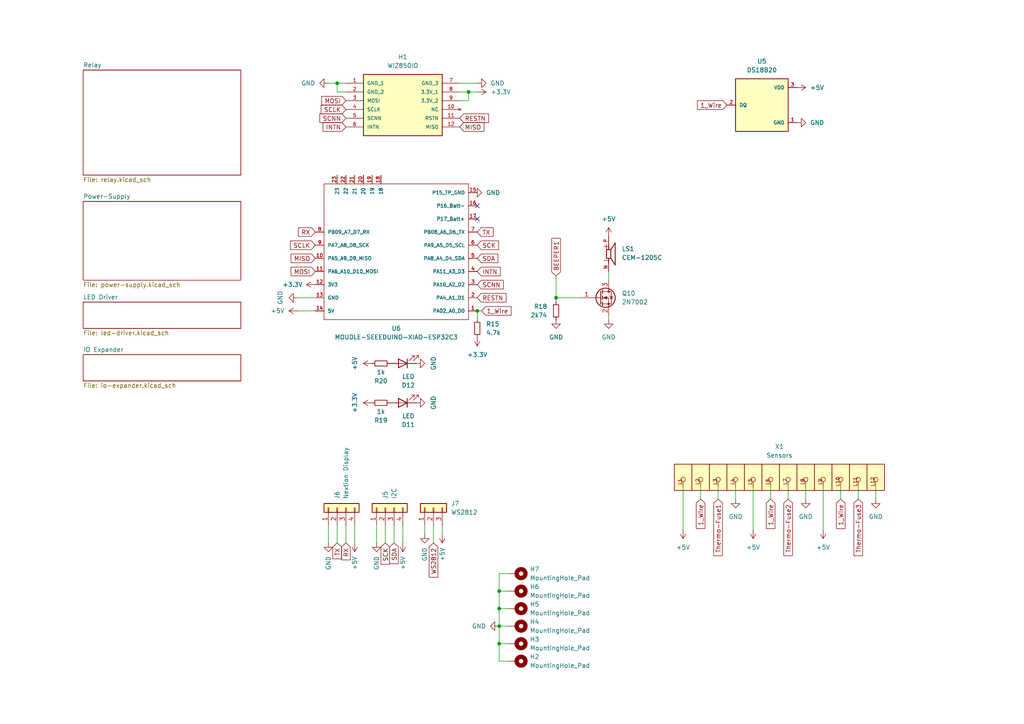
<source format=kicad_sch>
(kicad_sch (version 20250114) (generator "eeschema") (generator_version "9.0")
  (paper "A4")
  (lib_symbols
    (symbol "Connector_Generic:Conn_01x03" (pin_names (offset 1.016) (hide yes))
      (property "Reference" "J" (at 0 5.08 0))
      (property "Value" "Conn_01x03" (at 0 -5.08 0))
      (symbol "Conn_01x03_1_1"
        (rectangle (start -1.27 3.81) (end 1.27 -3.81) (stroke (width 0.254)) (fill (type background)))
        (rectangle (start -1.27 2.667) (end 0 2.413) (stroke (width 0.1524)))
        (rectangle (start -1.27 0.127) (end 0 -0.127) (stroke (width 0.1524)))
        (rectangle (start -1.27 -2.413) (end 0 -2.667) (stroke (width 0.1524)))
        (pin passive line (at -5.08 2.54 0) (length 3.81) (name "Pin_1") (number "1"))
        (pin passive line (at -5.08 0 0) (length 3.81) (name "Pin_2") (number "2"))
        (pin passive line (at -5.08 -2.54 0) (length 3.81) (name "Pin_3") (number "3"))
      )
    )
    (symbol "Connector_Generic:Conn_01x04" (pin_names (offset 1.016) (hide yes))
      (property "Reference" "J" (at 0 5.08 0))
      (property "Value" "Conn_01x04" (at 0 -7.62 0))
      (symbol "Conn_01x04_1_1"
        (rectangle (start -1.27 3.81) (end 1.27 -6.35) (stroke (width 0.254)) (fill (type background)))
        (rectangle (start -1.27 2.667) (end 0 2.413) (stroke (width 0.1524)))
        (rectangle (start -1.27 0.127) (end 0 -0.127) (stroke (width 0.1524)))
        (rectangle (start -1.27 -2.413) (end 0 -2.667) (stroke (width 0.1524)))
        (rectangle (start -1.27 -4.953) (end 0 -5.207) (stroke (width 0.1524)))
        (pin passive line (at -5.08 2.54 0) (length 3.81) (name "Pin_1") (number "1"))
        (pin passive line (at -5.08 0 0) (length 3.81) (name "Pin_2") (number "2"))
        (pin passive line (at -5.08 -2.54 0) (length 3.81) (name "Pin_3") (number "3"))
        (pin passive line (at -5.08 -5.08 0) (length 3.81) (name "Pin_4") (number "4"))
      )
    )
    (symbol "Device:LED" (pin_numbers (hide yes)) (pin_names (offset 1.016) (hide yes))
      (property "Reference" "D" (at 0 2.54 0))
      (property "Value" "LED" (at 0 -2.54 0))
      (symbol "LED_0_1"
        (polyline (pts (xy -3.048 -0.762) (xy -4.572 -2.286) (xy -3.81 -2.286) (xy -4.572 -2.286) (xy -4.572 -1.524)))
        (polyline (pts (xy -1.778 -0.762) (xy -3.302 -2.286) (xy -2.54 -2.286) (xy -3.302 -2.286) (xy -3.302 -1.524)))
        (polyline (pts (xy -1.27 0) (xy 1.27 0)))
        (polyline (pts (xy -1.27 -1.27) (xy -1.27 1.27)) (stroke (width 0.254)))
        (polyline (pts (xy 1.27 -1.27) (xy 1.27 1.27) (xy -1.27 0) (xy 1.27 -1.27)) (stroke (width 0.254)))
      )
      (symbol "LED_1_1"
        (pin passive line (at -3.81 0 0) (length 2.54) (name "K") (number "1"))
        (pin passive line (at 3.81 0 180) (length 2.54) (name "A") (number "2"))
      )
    )
    (symbol "Device:R_Small" (pin_numbers (hide yes)) (pin_names (offset 0.254) (hide yes))
      (property "Reference" "R" (at 0.762 0.508 0))
      (property "Value" "R_Small" (at 0.762 -1.016 0))
      (symbol "R_Small_0_1"
        (rectangle (start -0.762 1.778) (end 0.762 -1.778) (stroke (width 0.2032)))
      )
      (symbol "R_Small_1_1"
        (pin passive line (at 0 2.54 270) (length 0.762) (name "~") (number "1"))
        (pin passive line (at 0 -2.54 90) (length 0.762) (name "~") (number "2"))
      )
    )
    (symbol "Mechanical:MountingHole_Pad" (pin_numbers (hide yes)) (pin_names (offset 1.016) (hide yes)) (exclude_from_sim yes) (in_bom no)
      (property "Reference" "H" (at 0 6.35 0))
      (property "Value" "MountingHole_Pad" (at 0 4.445 0))
      (symbol "MountingHole_Pad_0_1"
        (circle (center 0 1.27) (radius 1.27) (stroke (width 1.27)))
      )
      (symbol "MountingHole_Pad_1_1"
        (pin input line (at 0 -2.54 90) (length 2.54) (name "1") (number "1"))
      )
    )
    (symbol "Snapeda:250-212" (pin_names (offset 1.016))
      (property "Reference" "X" (at -3.815 32.242 0))
      (property "Value" "250-212" (at -3.8108 -33.4866 0))
      (symbol "250-212_0_0"
        (polyline (pts (xy -3.81 25.4) (xy 3.81 25.4)) (stroke (width 0.2)))
        (polyline (pts (xy -3.81 15.24) (xy 3.81 15.24)) (stroke (width 0.2)))
        (polyline (pts (xy -3.81 5.08) (xy 3.81 5.08)) (stroke (width 0.2)))
        (polyline (pts (xy -3.81 -5.08) (xy 3.81 -5.08)) (stroke (width 0.2)))
        (polyline (pts (xy -3.81 -15.24) (xy 3.81 -15.24)) (stroke (width 0.2)))
        (polyline (pts (xy -3.81 -25.4) (xy 3.81 -25.4)) (stroke (width 0.2)))
        (rectangle (start -3.81 -30.48) (end 3.81 30.48) (stroke (width 0.2)) (fill (type background)))
        (polyline (pts (xy 3.81 20.32) (xy -3.81 20.32)) (stroke (width 0.2)))
        (polyline (pts (xy 3.81 10.16) (xy -3.81 10.16)) (stroke (width 0.2)))
        (polyline (pts (xy 3.81 0) (xy -3.81 0)) (stroke (width 0.2)))
        (polyline (pts (xy 3.81 -10.16) (xy -3.81 -10.16)) (stroke (width 0.2)))
        (polyline (pts (xy 3.81 -20.32) (xy -3.81 -20.32)) (stroke (width 0.2)))
        (pin bidirectional inverted (at -2.54 27.94 0) (length 2.54) (name "~") (number "L1"))
        (pin bidirectional inverted (at -2.54 22.86 0) (length 2.54) (name "~") (number "L2"))
        (pin bidirectional inverted (at -2.54 17.78 0) (length 2.54) (name "~") (number "L3"))
        (pin bidirectional inverted (at -2.54 12.7 0) (length 2.54) (name "~") (number "L4"))
        (pin bidirectional inverted (at -2.54 7.62 0) (length 2.54) (name "~") (number "L5"))
        (pin bidirectional inverted (at -2.54 2.54 0) (length 2.54) (name "~") (number "L6"))
        (pin bidirectional inverted (at -2.54 -2.54 0) (length 2.54) (name "~") (number "L7"))
        (pin bidirectional inverted (at -2.54 -7.62 0) (length 2.54) (name "~") (number "L8"))
        (pin bidirectional inverted (at -2.54 -12.7 0) (length 2.54) (name "~") (number "L9"))
        (pin bidirectional inverted (at -2.54 -17.78 0) (length 2.54) (name "~") (number "L10"))
        (pin bidirectional inverted (at -2.54 -22.86 0) (length 2.54) (name "~") (number "L11"))
        (pin bidirectional inverted (at -2.54 -27.94 0) (length 2.54) (name "~") (number "L12"))
      )
    )
    (symbol "Snapeda:CEM-1205C" (pin_names (offset 1.016))
      (property "Reference" "LS" (at -3.8259 8.9271 0))
      (property "Value" "CEM-1205C" (at -3.8233 -11.4698 0))
      (symbol "CEM-1205C_0_0"
        (polyline (pts (xy -0.635 1.27) (xy 0 1.27)) (stroke (width 0.254)))
        (polyline (pts (xy -0.635 -1.27) (xy -0.635 1.27)) (stroke (width 0.254)))
        (polyline (pts (xy 0 1.27) (xy 0 2.54)) (stroke (width 0.254)))
        (polyline (pts (xy 0 1.27) (xy 0.635 1.27)) (stroke (width 0.254)))
        (polyline (pts (xy 0 -1.27) (xy -0.635 -1.27)) (stroke (width 0.254)))
        (polyline (pts (xy 0 -1.27) (xy 0 -2.54)) (stroke (width 0.254)))
        (polyline (pts (xy 0.635 1.27) (xy 0.635 -1.27)) (stroke (width 0.254)))
        (polyline (pts (xy 0.635 1.27) (xy 1.905 3.175)) (stroke (width 0.254)))
        (polyline (pts (xy 0.635 -1.27) (xy 0 -1.27)) (stroke (width 0.254)))
        (polyline (pts (xy 1.905 3.175) (xy 1.905 -3.175)) (stroke (width 0.254)))
        (polyline (pts (xy 1.905 -3.175) (xy 0.635 -1.27)) (stroke (width 0.254)))
        (text "-" (at -1.9115 -2.7989 0) (effects (font (size 1.7841 1.7841)) (justify left bottom)))
        (text "+" (at -1.9102 1.2735 0) (effects (font (size 1.7829 1.7829)) (justify left bottom)))
        (pin passive line (at 0 5.08 270) (length 2.54) (name "~") (number "P"))
        (pin passive line (at 0 -5.08 90) (length 2.54) (name "~") (number "N"))
      )
    )
    (symbol "Snapeda:DS18B20" (pin_names (offset 1.016))
      (property "Reference" "U" (at -7.6345 7.889 0))
      (property "Value" "DS18B20" (at -7.6233 -7.8775 0))
      (symbol "DS18B20_0_0"
        (rectangle (start -7.62 -7.62) (end 7.62 7.62) (stroke (width 0.254)) (fill (type background)))
        (pin bidirectional line (at -10.16 0 0) (length 2.54) (name "DQ") (number "2"))
        (pin power_in line (at 10.16 5.08 180) (length 2.54) (name "VDD") (number "3"))
        (pin power_in line (at 10.16 -5.08 180) (length 2.54) (name "GND") (number "1"))
      )
    )
    (symbol "Snapeda:MOUDLE-SEEEDUINO-XIAO-ESP32C3" (pin_names (offset 1.016))
      (property "Reference" "U" (at -21.59 15.24 0))
      (property "Value" "MOUDLE-SEEEDUINO-XIAO-ESP32C3" (at -21.59 13.97 0))
      (symbol "MOUDLE-SEEEDUINO-XIAO-ESP32C3_0_0"
        (polyline (pts (xy -21.59 13.97) (xy 20.32 13.97)) (stroke (width 0.1524)))
        (polyline (pts (xy -21.59 11.43) (xy -21.59 13.97)) (stroke (width 0.1524)))
        (polyline (pts (xy -21.59 7.62) (xy -21.59 11.43)) (stroke (width 0.1524)))
        (polyline (pts (xy -21.59 3.81) (xy -21.59 7.62)) (stroke (width 0.1524)))
        (polyline (pts (xy -21.59 0) (xy -21.59 3.81)) (stroke (width 0.1524)))
        (polyline (pts (xy -21.59 -25.4) (xy -21.59 0)) (stroke (width 0.1524)))
        (polyline (pts (xy 20.32 13.97) (xy 20.32 -25.4)) (stroke (width 0.1524)))
        (polyline (pts (xy 20.32 -25.4) (xy -21.59 -25.4)) (stroke (width 0.1524)))
        (pin bidirectional line (at -24.13 11.43 0) (length 2.54) (name "PA02_A0_D0") (number "1"))
        (pin bidirectional line (at -24.13 7.62 0) (length 2.54) (name "PA4_A1_D1") (number "2"))
        (pin bidirectional line (at -24.13 3.81 0) (length 2.54) (name "PA10_A2_D2") (number "3"))
        (pin bidirectional line (at -24.13 0 0) (length 2.54) (name "PA11_A3_D3") (number "4"))
        (pin bidirectional line (at -24.13 -3.81 0) (length 2.54) (name "PA8_A4_D4_SDA") (number "5"))
        (pin bidirectional line (at -24.13 -7.62 0) (length 2.54) (name "PA9_A5_D5_SCL") (number "6"))
        (pin bidirectional line (at -24.13 -11.43 0) (length 2.54) (name "PB08_A6_D6_TX") (number "7"))
        (pin bidirectional line (at 22.86 11.43 180) (length 2.54) (name "5V") (number "14"))
        (pin bidirectional line (at 22.86 7.62 180) (length 2.54) (name "GND") (number "13"))
        (pin bidirectional line (at 22.86 3.81 180) (length 2.54) (name "3V3") (number "12"))
        (pin bidirectional line (at 22.86 0 180) (length 2.54) (name "PA6_A10_D10_MOSI") (number "11"))
        (pin bidirectional line (at 22.86 -3.81 180) (length 2.54) (name "PA5_A9_D9_MISO") (number "10"))
        (pin bidirectional line (at 22.86 -7.62 180) (length 2.54) (name "PA7_A8_D8_SCK") (number "9"))
        (pin bidirectional line (at 22.86 -11.43 180) (length 2.54) (name "PB09_A7_D7_RX") (number "8"))
      )
      (symbol "MOUDLE-SEEEDUINO-XIAO-ESP32C3_1_0"
        (pin bidirectional line (at -24.13 -15.24 0) (length 2.54) (name "P17_Batt+") (number "17"))
        (pin bidirectional line (at -24.13 -19.05 0) (length 2.54) (name "P16_Batt-") (number "16"))
        (pin bidirectional line (at -24.13 -22.86 0) (length 2.54) (name "P15_TP_GND") (number "15"))
        (pin bidirectional line (at 3.81 -27.94 90) (length 2.54) (name "18") (number "18"))
        (pin bidirectional line (at 6.35 -27.94 90) (length 2.54) (name "19") (number "19"))
        (pin bidirectional line (at 8.89 -27.94 90) (length 2.54) (name "20") (number "20"))
        (pin bidirectional line (at 11.43 -27.94 90) (length 2.54) (name "21") (number "21"))
        (pin bidirectional line (at 13.97 -27.94 90) (length 2.54) (name "22") (number "22"))
        (pin bidirectional line (at 16.51 -27.94 90) (length 2.54) (name "23") (number "23"))
      )
    )
    (symbol "Snapeda:WIZ850IO" (pin_names (offset 1.016))
      (property "Reference" "H" (at 29.21 7.62 0))
      (property "Value" "WIZ850IO" (at 29.21 5.08 0))
      (symbol "WIZ850IO_0_0"
        (rectangle (start 5.08 -15.24) (end 27.94 2.54) (stroke (width 0.254)) (fill (type background)))
        (pin bidirectional line (at 0 0 0) (length 5.08) (name "GND_1") (number "1"))
        (pin bidirectional line (at 0 -2.54 0) (length 5.08) (name "GND_2") (number "2"))
        (pin bidirectional line (at 0 -5.08 0) (length 5.08) (name "MOSI") (number "3"))
        (pin bidirectional line (at 0 -7.62 0) (length 5.08) (name "SCLK") (number "4"))
        (pin bidirectional line (at 0 -10.16 0) (length 5.08) (name "SCNN") (number "5"))
        (pin bidirectional line (at 0 -12.7 0) (length 5.08) (name "INTN") (number "6"))
        (pin bidirectional line (at 33.02 0 180) (length 5.08) (name "GND_3") (number "7"))
        (pin bidirectional line (at 33.02 -2.54 180) (length 5.08) (name "3.3V_1") (number "8"))
        (pin bidirectional line (at 33.02 -5.08 180) (length 5.08) (name "3.3V_2") (number "9"))
        (pin no_connect line (at 33.02 -7.62 180) (length 5.08) (name "NC") (number "10"))
        (pin bidirectional line (at 33.02 -10.16 180) (length 5.08) (name "RSTN") (number "11"))
        (pin bidirectional line (at 33.02 -12.7 180) (length 5.08) (name "MISO") (number "12"))
      )
    )
    (symbol "Transistor_FET:2N7002" (pin_names (hide yes))
      (property "Reference" "Q" (at 5.08 1.905 0))
      (property "Value" "2N7002" (at 5.08 0 0))
      (symbol "2N7002_0_1"
        (polyline (pts (xy 0.254 1.905) (xy 0.254 -1.905)) (stroke (width 0.254)))
        (polyline (pts (xy 0.254 0) (xy -2.54 0)))
        (polyline (pts (xy 0.762 2.286) (xy 0.762 1.27)) (stroke (width 0.254)))
        (polyline (pts (xy 0.762 0.508) (xy 0.762 -0.508)) (stroke (width 0.254)))
        (polyline (pts (xy 0.762 -1.27) (xy 0.762 -2.286)) (stroke (width 0.254)))
        (polyline (pts (xy 0.762 -1.778) (xy 3.302 -1.778) (xy 3.302 1.778) (xy 0.762 1.778)))
        (polyline (pts (xy 1.016 0) (xy 2.032 0.381) (xy 2.032 -0.381) (xy 1.016 0)) (fill (type outline)))
        (circle (center 1.651 0) (radius 2.794) (stroke (width 0.254)))
        (polyline (pts (xy 2.54 2.54) (xy 2.54 1.778)))
        (circle (center 2.54 1.778) (radius 0.254) (fill (type outline)))
        (circle (center 2.54 -1.778) (radius 0.254) (fill (type outline)))
        (polyline (pts (xy 2.54 -2.54) (xy 2.54 0) (xy 0.762 0)))
        (polyline (pts (xy 2.794 0.508) (xy 2.921 0.381) (xy 3.683 0.381) (xy 3.81 0.254)))
        (polyline (pts (xy 3.302 0.381) (xy 2.921 -0.254) (xy 3.683 -0.254) (xy 3.302 0.381)))
      )
      (symbol "2N7002_1_1"
        (pin input line (at -5.08 0 0) (length 2.54) (name "G") (number "1"))
        (pin passive line (at 2.54 5.08 270) (length 2.54) (name "D") (number "3"))
        (pin passive line (at 2.54 -5.08 90) (length 2.54) (name "S") (number "2"))
      )
    )
    (symbol "power:+3.3V" (power) (pin_numbers (hide yes)) (pin_names (offset 0) (hide yes))
      (property "Value" "+3.3V" (at 0 3.556 0))
      (symbol "+3.3V_0_1"
        (polyline (pts (xy -0.762 1.27) (xy 0 2.54)))
        (polyline (pts (xy 0 2.54) (xy 0.762 1.27)))
        (polyline (pts (xy 0 0) (xy 0 2.54)))
      )
      (symbol "+3.3V_1_1"
        (pin power_in line (at 0 0 90) (length 0) (name "~") (number "1"))
      )
    )
    (symbol "power:+5V" (power) (pin_numbers (hide yes)) (pin_names (offset 0) (hide yes))
      (property "Value" "+5V" (at 0 3.556 0))
      (symbol "+5V_0_1"
        (polyline (pts (xy -0.762 1.27) (xy 0 2.54)))
        (polyline (pts (xy 0 2.54) (xy 0.762 1.27)))
        (polyline (pts (xy 0 0) (xy 0 2.54)))
      )
      (symbol "+5V_1_1"
        (pin power_in line (at 0 0 90) (length 0) (name "~") (number "1"))
      )
    )
    (symbol "power:GND" (power) (pin_numbers (hide yes)) (pin_names (offset 0) (hide yes))
      (property "Value" "GND" (at 0 -3.81 0))
      (symbol "GND_0_1"
        (polyline (pts (xy 0 0) (xy 0 -1.27) (xy 1.27 -1.27) (xy 0 -2.54) (xy -1.27 -1.27) (xy 0 -1.27)))
      )
      (symbol "GND_1_1"
        (pin power_in line (at 0 0 270) (length 0) (name "~") (number "1"))
      )
    )
  )
  (junction (at 161.29 86.36))
  (junction (at 144.78 176.53))
  (junction (at 97.79 24.13))
  (junction (at 144.78 171.45))
  (junction (at 138.43 90.17))
  (junction (at 144.78 186.69))
  (junction (at 135.89 26.67))
  (junction (at 144.78 181.61))
  (no_connect (at 138.43 59.69))
  (no_connect (at 138.43 63.5))
  (wire (pts (xy 133.35 29.21) (xy 135.89 29.21)))
  (wire (pts (xy 97.79 157.48) (xy 97.79 152.4)))
  (wire (pts (xy 100.33 26.67) (xy 97.79 26.67)))
  (wire (pts (xy 91.44 86.36) (xy 86.36 86.36)))
  (wire (pts (xy 123.19 154.94) (xy 123.19 152.4)))
  (wire (pts (xy 176.53 92.71) (xy 176.53 91.44)))
  (wire (pts (xy 144.78 181.61) (xy 144.78 186.69)))
  (wire (pts (xy 102.87 157.48) (xy 102.87 152.4)))
  (wire (pts (xy 91.44 90.17) (xy 86.36 90.17)))
  (wire (pts (xy 233.68 140.97) (xy 233.68 144.78)))
  (wire (pts (xy 254 140.97) (xy 254 144.78)))
  (wire (pts (xy 114.3 157.48) (xy 114.3 152.4)))
  (wire (pts (xy 144.78 166.37) (xy 144.78 171.45)))
  (wire (pts (xy 97.79 26.67) (xy 97.79 24.13)))
  (wire (pts (xy 238.76 140.97) (xy 238.76 153.67)))
  (wire (pts (xy 95.25 157.48) (xy 95.25 152.4)))
  (wire (pts (xy 139.7 90.17) (xy 138.43 90.17)))
  (wire (pts (xy 125.73 157.48) (xy 125.73 152.4)))
  (wire (pts (xy 161.29 80.01) (xy 161.29 86.36)))
  (wire (pts (xy 243.84 140.97) (xy 243.84 144.78)))
  (wire (pts (xy 208.28 140.97) (xy 208.28 144.78)))
  (wire (pts (xy 128.27 152.4) (xy 128.27 154.94)))
  (wire (pts (xy 213.36 140.97) (xy 213.36 144.78)))
  (wire (pts (xy 109.22 157.48) (xy 109.22 152.4)))
  (wire (pts (xy 144.78 176.53) (xy 147.32 176.53)))
  (wire (pts (xy 144.78 176.53) (xy 144.78 181.61)))
  (wire (pts (xy 147.32 166.37) (xy 144.78 166.37)))
  (wire (pts (xy 161.29 86.36) (xy 168.91 86.36)))
  (wire (pts (xy 176.53 78.74) (xy 176.53 81.28)))
  (wire (pts (xy 203.2 140.97) (xy 203.2 144.78)))
  (wire (pts (xy 144.78 186.69) (xy 144.78 191.77)))
  (wire (pts (xy 248.92 140.97) (xy 248.92 144.78)))
  (wire (pts (xy 135.89 29.21) (xy 135.89 26.67)))
  (wire (pts (xy 111.76 157.48) (xy 111.76 152.4)))
  (wire (pts (xy 138.43 90.17) (xy 138.43 92.71)))
  (wire (pts (xy 161.29 86.36) (xy 161.29 87.63)))
  (wire (pts (xy 97.79 24.13) (xy 100.33 24.13)))
  (wire (pts (xy 198.12 140.97) (xy 198.12 153.67)))
  (wire (pts (xy 223.52 140.97) (xy 223.52 144.78)))
  (wire (pts (xy 116.84 157.48) (xy 116.84 152.4)))
  (wire (pts (xy 135.89 26.67) (xy 138.43 26.67)))
  (wire (pts (xy 228.6 140.97) (xy 228.6 144.78)))
  (wire (pts (xy 144.78 181.61) (xy 147.32 181.61)))
  (wire (pts (xy 100.33 157.48) (xy 100.33 152.4)))
  (wire (pts (xy 138.43 55.88) (xy 137.16 55.88)))
  (wire (pts (xy 95.25 24.13) (xy 97.79 24.13)))
  (wire (pts (xy 144.78 171.45) (xy 144.78 176.53)))
  (wire (pts (xy 147.32 171.45) (xy 144.78 171.45)))
  (wire (pts (xy 218.44 140.97) (xy 218.44 153.67)))
  (wire (pts (xy 144.78 191.77) (xy 147.32 191.77)))
  (wire (pts (xy 144.78 186.69) (xy 147.32 186.69)))
  (wire (pts (xy 133.35 24.13) (xy 138.43 24.13)))
  (wire (pts (xy 133.35 26.67) (xy 135.89 26.67)))
  (global_label "RX" (shape input) (at 91.44 67.31 180) (property "Intersheetrefs" "${INTERSHEET_REFS}" (effects (hide yes))))
  (global_label "SCLK" (shape input) (at 100.33 31.75 180) (property "Intersheetrefs" "${INTERSHEET_REFS}" (effects (hide yes))))
  (global_label "RESTN" (shape input) (at 138.43 86.36 0) (property "Intersheetrefs" "${INTERSHEET_REFS}" (effects (hide yes))))
  (global_label "1_Wire" (shape input) (at 210.82 30.48 180) (property "Intersheetrefs" "${INTERSHEET_REFS}" (effects (hide yes))))
  (global_label "SCK" (shape input) (at 111.76 157.48 270) (property "Intersheetrefs" "${INTERSHEET_REFS}" (effects (hide yes))))
  (global_label "Thermo-Fuse1" (shape input) (at 208.28 144.78 270) (property "Intersheetrefs" "${INTERSHEET_REFS}" (effects (hide yes))))
  (global_label "MISO" (shape input) (at 91.44 74.93 180) (property "Intersheetrefs" "${INTERSHEET_REFS}" (effects (hide yes))))
  (global_label "SDA" (shape input) (at 138.43 74.93 0) (property "Intersheetrefs" "${INTERSHEET_REFS}" (effects (hide yes))))
  (global_label "INTN" (shape input) (at 138.43 78.74 0) (property "Intersheetrefs" "${INTERSHEET_REFS}" (effects (hide yes))))
  (global_label "SCNN" (shape input) (at 138.43 82.55 0) (property "Intersheetrefs" "${INTERSHEET_REFS}" (effects (hide yes))))
  (global_label "MISO" (shape input) (at 133.35 36.83 0) (property "Intersheetrefs" "${INTERSHEET_REFS}" (effects (hide yes))))
  (global_label "Thermo-Fuse2" (shape input) (at 228.6 144.78 270) (property "Intersheetrefs" "${INTERSHEET_REFS}" (effects (hide yes))))
  (global_label "1_Wire" (shape input) (at 243.84 144.78 270) (property "Intersheetrefs" "${INTERSHEET_REFS}" (effects (hide yes))))
  (global_label "MOSI" (shape input) (at 91.44 78.74 180) (property "Intersheetrefs" "${INTERSHEET_REFS}" (effects (hide yes))))
  (global_label "RESTN" (shape input) (at 133.35 34.29 0) (property "Intersheetrefs" "${INTERSHEET_REFS}" (effects (hide yes))))
  (global_label "BEEPER1" (shape input) (at 161.29 80.01 90) (property "Intersheetrefs" "${INTERSHEET_REFS}" (effects (hide yes))))
  (global_label "SCNN" (shape input) (at 100.33 34.29 180) (property "Intersheetrefs" "${INTERSHEET_REFS}" (effects (hide yes))))
  (global_label "1_Wire" (shape input) (at 223.52 144.78 270) (property "Intersheetrefs" "${INTERSHEET_REFS}" (effects (hide yes))))
  (global_label "SCK" (shape input) (at 138.43 71.12 0) (property "Intersheetrefs" "${INTERSHEET_REFS}" (effects (hide yes))))
  (global_label "1_Wire" (shape input) (at 203.2 144.78 270) (property "Intersheetrefs" "${INTERSHEET_REFS}" (effects (hide yes))))
  (global_label "INTN" (shape input) (at 100.33 36.83 180) (property "Intersheetrefs" "${INTERSHEET_REFS}" (effects (hide yes))))
  (global_label "TX" (shape input) (at 138.43 67.31 0) (property "Intersheetrefs" "${INTERSHEET_REFS}" (effects (hide yes))))
  (global_label "TX" (shape input) (at 97.79 157.48 270) (property "Intersheetrefs" "${INTERSHEET_REFS}" (effects (hide yes))))
  (global_label "1_Wire" (shape input) (at 139.7 90.17 0) (property "Intersheetrefs" "${INTERSHEET_REFS}" (effects (hide yes))))
  (global_label "SDA" (shape input) (at 114.3 157.48 270) (property "Intersheetrefs" "${INTERSHEET_REFS}" (effects (hide yes))))
  (global_label "WS2812" (shape input) (at 125.73 157.48 270) (property "Intersheetrefs" "${INTERSHEET_REFS}" (effects (hide yes))))
  (global_label "MOSI" (shape input) (at 100.33 29.21 180) (property "Intersheetrefs" "${INTERSHEET_REFS}" (effects (hide yes))))
  (global_label "SCLK" (shape input) (at 91.44 71.12 180) (property "Intersheetrefs" "${INTERSHEET_REFS}" (effects (hide yes))))
  (global_label "Thermo-Fuse3" (shape input) (at 248.92 144.78 270) (property "Intersheetrefs" "${INTERSHEET_REFS}" (effects (hide yes))))
  (global_label "RX" (shape input) (at 100.33 157.48 270) (property "Intersheetrefs" "${INTERSHEET_REFS}" (effects (hide yes))))
  (symbol (lib_id "power:GND") (at 233.68 144.78 0) (unit 1)
    (property "Reference" "#PWR037" (effects (hide yes)))
    (property "Value" "GND" (at 233.68 149.86 0))
    (property "Description" "Power symbol creates a global label with name \"GND\" , ground" (effects (hide yes)))
  )
  (symbol (lib_id "Snapeda:250-212") (at 226.06 138.43 90) (unit 1)
    (property "Reference" "X1" (at 226.06 129.54 90))
    (property "Value" "Sensors" (at 226.06 132.08 90))
    (property "Footprint" "Snapeda:250-212_P-250-212" (effects (hide yes)))
    (property "MF" "WAGO Innovative Connections" (effects (hide yes)))
    (property "Description_1" "\n12 Position Wire to Board Terminal Block 45° (135°) Angle with Board 0.138 (3.50mm) Through Hole\n" (effects (hide yes)))
    (property "Package" "None" (effects (hide yes)))
    (property "Price" "None" (effects (hide yes)))
    (property "SnapEDA_Link" "https://www.snapeda.com/parts/250-212/WAGO/view-part/?ref=snap" (effects (hide yes)))
    (property "MP" "250-212" (effects (hide yes)))
    (property "Availability" "In Stock" (effects (hide yes)))
    (property "Check_prices" "https://www.snapeda.com/parts/250-212/WAGO/view-part/?ref=eda" (effects (hide yes)))
  )
  (symbol (lib_id "Mechanical:MountingHole_Pad") (at 149.86 191.77 270) (unit 1) (exclude_from_sim yes) (in_bom no)
    (property "Reference" "H2" (at 153.67 190.4999 90) (effects (justify left)))
    (property "Value" "MountingHole_Pad" (at 153.67 193.0399 90) (effects (justify left)))
    (property "Footprint" "MountingHole:MountingHole_3.2mm_M3_DIN965_Pad_TopBottom" (effects (hide yes)))
    (property "Description" "Mounting Hole with connection" (effects (hide yes)))
  )
  (symbol (lib_id "power:GND") (at 213.36 144.78 0) (unit 1)
    (property "Reference" "#PWR038" (effects (hide yes)))
    (property "Value" "GND" (at 213.36 149.86 0))
    (property "Description" "Power symbol creates a global label with name \"GND\" , ground" (effects (hide yes)))
  )
  (symbol (lib_id "Device:R_Small") (at 161.29 90.17 0) (mirror y) (unit 1)
    (property "Reference" "R18" (at 158.75 88.8999 0) (effects (justify left)))
    (property "Value" "2k74" (at 158.75 91.4399 0) (effects (justify left)))
    (property "Footprint" "Resistor_SMD:R_0603_1608Metric" (effects (hide yes)))
    (property "Description" "Resistor, small symbol" (effects (hide yes)))
  )
  (symbol (lib_id "power:GND") (at 144.78 181.61 270) (unit 1)
    (property "Reference" "#PWR045" (effects (hide yes)))
    (property "Value" "GND" (at 140.97 181.6099 90) (effects (justify right)))
    (property "Description" "Power symbol creates a global label with name \"GND\" , ground" (effects (hide yes)))
  )
  (symbol (lib_id "Mechanical:MountingHole_Pad") (at 149.86 186.69 270) (unit 1) (exclude_from_sim yes) (in_bom no)
    (property "Reference" "H3" (at 153.67 185.4199 90) (effects (justify left)))
    (property "Value" "MountingHole_Pad" (at 153.67 187.9599 90) (effects (justify left)))
    (property "Footprint" "MountingHole:MountingHole_3.2mm_M3_DIN965_Pad_TopBottom" (effects (hide yes)))
    (property "Description" "Mounting Hole with connection" (effects (hide yes)))
  )
  (symbol (lib_id "power:GND") (at 120.65 105.41 90) (unit 1)
    (property "Reference" "#PWR056" (effects (hide yes)))
    (property "Value" "GND" (at 125.73 105.41 0))
    (property "Description" "Power symbol creates a global label with name \"GND\" , ground" (effects (hide yes)))
  )
  (symbol (lib_id "power:GND") (at 95.25 157.48 0) (unit 1)
    (property "Reference" "#PWR024" (effects (hide yes)))
    (property "Value" "GND" (at 95.2499 161.29 90) (effects (justify right)))
    (property "Description" "Power symbol creates a global label with name \"GND\" , ground" (effects (hide yes)))
  )
  (symbol (lib_id "power:+5V") (at 231.14 25.4 270) (unit 1)
    (property "Reference" "#PWR033" (effects (hide yes)))
    (property "Value" "+5V" (at 234.95 25.3999 90) (effects (justify left)))
    (property "Description" "Power symbol creates a global label with name \"+5V\"" (effects (hide yes)))
  )
  (symbol (lib_id "power:GND") (at 176.53 92.71 0) (unit 1)
    (property "Reference" "#PWR054" (effects (hide yes)))
    (property "Value" "GND" (at 176.53 97.79 0))
    (property "Description" "Power symbol creates a global label with name \"GND\" , ground" (effects (hide yes)))
  )
  (symbol (lib_id "power:+3.3V") (at 138.43 26.67 270) (unit 1)
    (property "Reference" "#PWR030" (effects (hide yes)))
    (property "Value" "+3.3V" (at 142.24 26.6699 90) (effects (justify left)))
    (property "Description" "Power symbol creates a global label with name \"+3.3V\"" (effects (hide yes)))
  )
  (symbol (lib_id "power:+5V") (at 128.27 154.94 180) (unit 1)
    (property "Reference" "#PWR048" (effects (hide yes)))
    (property "Value" "+5V" (at 128.2699 158.75 90) (effects (justify left)))
    (property "Description" "Power symbol creates a global label with name \"+5V\"" (effects (hide yes)))
  )
  (symbol (lib_id "Device:LED") (at 116.84 116.84 180) (unit 1)
    (property "Reference" "D11" (at 118.4275 123.19 0))
    (property "Value" "LED" (at 118.4275 120.65 0))
    (property "Footprint" "LED_SMD:LED_0603_1608Metric" (effects (hide yes)))
    (property "Description" "Light emitting diode" (effects (hide yes)))
  )
  (symbol (lib_id "power:GND") (at 254 144.78 0) (unit 1)
    (property "Reference" "#PWR036" (effects (hide yes)))
    (property "Value" "GND" (at 254 149.86 0))
    (property "Description" "Power symbol creates a global label with name \"GND\" , ground" (effects (hide yes)))
  )
  (symbol (lib_id "Transistor_FET:2N7002") (at 173.99 86.36 0) (unit 1)
    (property "Reference" "Q10" (at 180.34 85.0899 0) (effects (justify left)))
    (property "Value" "2N7002" (at 180.34 87.6299 0) (effects (justify left)))
    (property "Footprint" "Package_TO_SOT_SMD:SOT-23" (effects (hide yes)))
    (property "Datasheet" "https://www.onsemi.com/pub/Collateral/NDS7002A-D.PDF" (effects (hide yes)))
    (property "Description" "0.115A Id, 60V Vds, N-Channel MOSFET, SOT-23" (effects (hide yes)))
  )
  (symbol (lib_id "power:+3.3V") (at 107.95 116.84 90) (unit 1)
    (property "Reference" "#PWR041" (effects (hide yes)))
    (property "Value" "+3.3V" (at 102.87 116.84 0))
    (property "Description" "Power symbol creates a global label with name \"+3.3V\"" (effects (hide yes)))
  )
  (symbol (lib_id "power:+5V") (at 102.87 157.48 180) (unit 1)
    (property "Reference" "#PWR023" (effects (hide yes)))
    (property "Value" "+5V" (at 102.8699 161.29 90) (effects (justify left)))
    (property "Description" "Power symbol creates a global label with name \"+5V\"" (effects (hide yes)))
  )
  (symbol (lib_id "Mechanical:MountingHole_Pad") (at 149.86 166.37 270) (unit 1) (exclude_from_sim yes) (in_bom no)
    (property "Reference" "H7" (at 153.67 165.0999 90) (effects (justify left)))
    (property "Value" "MountingHole_Pad" (at 153.67 167.6399 90) (effects (justify left)))
    (property "Footprint" "MountingHole:MountingHole_3.2mm_M3_DIN965_Pad_TopBottom" (effects (hide yes)))
    (property "Description" "Mounting Hole with connection" (effects (hide yes)))
  )
  (symbol (lib_id "Mechanical:MountingHole_Pad") (at 149.86 171.45 270) (unit 1) (exclude_from_sim yes) (in_bom no)
    (property "Reference" "H6" (at 153.67 170.1799 90) (effects (justify left)))
    (property "Value" "MountingHole_Pad" (at 153.67 172.7199 90) (effects (justify left)))
    (property "Footprint" "MountingHole:MountingHole_3.2mm_M3_DIN965_Pad_TopBottom" (effects (hide yes)))
    (property "Description" "Mounting Hole with connection" (effects (hide yes)))
  )
  (symbol (lib_id "power:+5V") (at 176.53 68.58 0) (unit 1)
    (property "Reference" "#PWR053" (effects (hide yes)))
    (property "Value" "+5V" (at 176.53 63.5 0))
    (property "Description" "Power symbol creates a global label with name \"+5V\"" (effects (hide yes)))
  )
  (symbol (lib_id "Device:R_Small") (at 110.49 105.41 270) (unit 1)
    (property "Reference" "R20" (at 110.49 110.49 90))
    (property "Value" "1k" (at 110.49 107.95 90))
    (property "Footprint" "Resistor_SMD:R_0603_1608Metric" (effects (hide yes)))
    (property "Description" "Resistor, small symbol" (effects (hide yes)))
  )
  (symbol (lib_id "Snapeda:DS18B20") (at 220.98 30.48 0) (unit 1)
    (property "Reference" "U5" (at 220.98 17.78 0))
    (property "Value" "DS18B20" (at 220.98 20.32 0))
    (property "Footprint" "Package_TO_SOT_THT:TO-92L" (effects (hide yes)))
    (property "MF" "Analog Devices" (effects (hide yes)))
    (property "Description_1" "\nProgrammable Resolution 1-Wire Digital Thermometer\n" (effects (hide yes)))
    (property "Package" "TO-226-3 Maxim" (effects (hide yes)))
    (property "Price" "None" (effects (hide yes)))
    (property "Check_prices" "https://www.snapeda.com/parts/DS18B20+/Analog+Devices/view-part/?ref=eda" (effects (hide yes)))
    (property "STANDARD" "IPC-7251" (effects (hide yes)))
    (property "PARTREV" "5" (effects (hide yes)))
    (property "SnapEDA_Link" "https://www.snapeda.com/parts/DS18B20+/Analog+Devices/view-part/?ref=snap" (effects (hide yes)))
    (property "MP" "DS18B20+" (effects (hide yes)))
    (property "Purchase-URL" "https://www.snapeda.com/api/url_track_click_mouser/?unipart_id=567247&manufacturer=Analog Devices&part_name=DS18B20+&search_term=ds18b20" (effects (hide yes)))
    (property "Availability" "In Stock" (effects (hide yes)))
    (property "MANUFACTURER" "Maxim Integrated" (effects (hide yes)))
  )
  (symbol (lib_id "power:+5V") (at 198.12 153.67 180) (unit 1)
    (property "Reference" "#PWR042" (effects (hide yes)))
    (property "Value" "+5V" (at 198.12 158.75 0))
    (property "Description" "Power symbol creates a global label with name \"+5V\"" (effects (hide yes)))
  )
  (symbol (lib_id "power:+5V") (at 116.84 157.48 180) (unit 1)
    (property "Reference" "#PWR047" (effects (hide yes)))
    (property "Value" "+5V" (at 116.8399 161.29 90) (effects (justify left)))
    (property "Description" "Power symbol creates a global label with name \"+5V\"" (effects (hide yes)))
  )
  (symbol (lib_id "Connector_Generic:Conn_01x03") (at 125.73 147.32 90) (unit 1)
    (property "Reference" "J7" (at 130.81 146.0499 90) (effects (justify right)))
    (property "Value" "WS2812" (at 130.81 148.5899 90) (effects (justify right)))
    (property "Footprint" "Connector_JST:JST_XH_B3B-XH-A_1x03_P2.50mm_Vertical" (effects (hide yes)))
    (property "Description" "Generic connector, single row, 01x03, script generated (kicad-library-utils/schlib/autogen/connector/)" (effects (hide yes)))
  )
  (symbol (lib_id "power:+5V") (at 86.36 90.17 90) (unit 1)
    (property "Reference" "#PWR022" (effects (hide yes)))
    (property "Value" "+5V" (at 82.55 90.1701 90) (effects (justify left)))
    (property "Description" "Power symbol creates a global label with name \"+5V\"" (effects (hide yes)))
  )
  (symbol (lib_id "Snapeda:MOUDLE-SEEEDUINO-XIAO-ESP32C3") (at 114.3 78.74 180) (unit 1)
    (property "Reference" "U6" (at 114.935 95.25 0))
    (property "Value" "MOUDLE-SEEEDUINO-XIAO-ESP32C3" (at 114.935 97.79 0))
    (property "Footprint" "RF_Module:MCU_Seeed_ESP32C3" (effects (hide yes)))
  )
  (symbol (lib_id "Connector_Generic:Conn_01x04") (at 97.79 147.32 90) (unit 1)
    (property "Reference" "J6" (at 97.7899 144.78 0) (effects (justify left)))
    (property "Value" "Nextion Display" (at 100.3299 144.78 0) (effects (justify left)))
    (property "Footprint" "Connector_JST:JST_XH_B4B-XH-A_1x04_P2.50mm_Vertical" (effects (hide yes)))
    (property "Description" "Generic connector, single row, 01x04, script generated (kicad-library-utils/schlib/autogen/connector/)" (effects (hide yes)))
  )
  (symbol (lib_id "power:+3.3V") (at 91.44 82.55 90) (unit 1)
    (property "Reference" "#PWR031" (effects (hide yes)))
    (property "Value" "+3.3V" (at 84.836 82.55 90))
    (property "Description" "Power symbol creates a global label with name \"+3.3V\"" (effects (hide yes)))
  )
  (symbol (lib_id "Device:R_Small") (at 110.49 116.84 270) (unit 1)
    (property "Reference" "R19" (at 110.49 121.92 90))
    (property "Value" "1k" (at 110.49 119.38 90))
    (property "Footprint" "Resistor_SMD:R_0603_1608Metric" (effects (hide yes)))
    (property "Description" "Resistor, small symbol" (effects (hide yes)))
  )
  (symbol (lib_id "Snapeda:WIZ850IO") (at 100.33 24.13 0) (unit 1)
    (property "Reference" "H1" (at 116.84 16.51 0))
    (property "Value" "WIZ850IO" (at 116.84 19.05 0))
    (property "Footprint" "Snapeda:WIZ850IO_WIZ850IO" (effects (hide yes)))
    (property "MANUFACTURER_NAME" "Wiznet Technology" (effects (hide yes)))
    (property "MF" "WIZnet" (effects (hide yes)))
    (property "DESCRIPTION" "WIZ820io network module that uses SPI and includes a W5500 and RJ45 jack with integrated transformer" (effects (hide yes)))
    (property "Price" "None" (effects (hide yes)))
    (property "Package" "Module WIZnet" (effects (hide yes)))
    (property "Check_prices" "https://www.snapeda.com/parts/WIZ850IO/WIZnet/view-part/?ref=eda" (effects (hide yes)))
    (property "HEIGHT" "17mm" (effects (hide yes)))
    (property "MP" "WIZ850IO" (effects (hide yes)))
    (property "SnapEDA_Link" "https://www.snapeda.com/parts/WIZ850IO/WIZnet/view-part/?ref=snap" (effects (hide yes)))
    (property "ARROW_PRICE-STOCK" "https://www.arrow.com/en/products/wiz850io/wiznet" (effects (hide yes)))
    (property "ARROW_PART_NUMBER" "WIZ850IO" (effects (hide yes)))
    (property "Description_1" "\nEthernet - 10/100 Base-T/TX PHY SPI Interface Module\n" (effects (hide yes)))
    (property "Availability" "In Stock" (effects (hide yes)))
    (property "MANUFACTURER_PART_NUMBER" "WIZ850IO" (effects (hide yes)))
  )
  (symbol (lib_id "power:GND") (at 123.19 154.94 0) (unit 1)
    (property "Reference" "#PWR049" (effects (hide yes)))
    (property "Value" "GND" (at 123.1899 158.75 90) (effects (justify right)))
    (property "Description" "Power symbol creates a global label with name \"GND\" , ground" (effects (hide yes)))
  )
  (symbol (lib_id "power:GND") (at 86.36 86.36 270) (unit 1)
    (property "Reference" "#PWR021" (effects (hide yes)))
    (property "Value" "GND" (at 81.28 86.36 0))
    (property "Description" "Power symbol creates a global label with name \"GND\" , ground" (effects (hide yes)))
  )
  (symbol (lib_id "power:+3.3V") (at 107.95 105.41 90) (unit 1)
    (property "Reference" "#PWR044" (effects (hide yes)))
    (property "Value" "+5V" (at 102.87 105.41 0))
    (property "Description" "Power symbol creates a global label with name \"+3.3V\"" (effects (hide yes)))
  )
  (symbol (lib_id "power:GND") (at 137.16 55.88 90) (unit 1)
    (property "Reference" "#PWR032" (effects (hide yes)))
    (property "Value" "GND" (at 140.97 55.8799 90) (effects (justify right)))
    (property "Description" "Power symbol creates a global label with name \"GND\" , ground" (effects (hide yes)))
  )
  (symbol (lib_id "Mechanical:MountingHole_Pad") (at 149.86 176.53 270) (unit 1) (exclude_from_sim yes) (in_bom no)
    (property "Reference" "H5" (at 153.67 175.2599 90) (effects (justify left)))
    (property "Value" "MountingHole_Pad" (at 153.67 177.7999 90) (effects (justify left)))
    (property "Footprint" "MountingHole:MountingHole_3.2mm_M3_DIN965_Pad_TopBottom" (effects (hide yes)))
    (property "Description" "Mounting Hole with connection" (effects (hide yes)))
  )
  (symbol (lib_id "power:GND") (at 109.22 157.48 0) (unit 1)
    (property "Reference" "#PWR046" (effects (hide yes)))
    (property "Value" "GND" (at 109.2199 161.29 90) (effects (justify right)))
    (property "Description" "Power symbol creates a global label with name \"GND\" , ground" (effects (hide yes)))
  )
  (symbol (lib_id "Mechanical:MountingHole_Pad") (at 149.86 181.61 270) (unit 1) (exclude_from_sim yes) (in_bom no)
    (property "Reference" "H4" (at 153.67 180.3399 90) (effects (justify left)))
    (property "Value" "MountingHole_Pad" (at 153.67 182.8799 90) (effects (justify left)))
    (property "Footprint" "MountingHole:MountingHole_3.2mm_M3_DIN965_Pad_TopBottom" (effects (hide yes)))
    (property "Description" "Mounting Hole with connection" (effects (hide yes)))
  )
  (symbol (lib_id "power:GND") (at 161.29 92.71 0) (unit 1)
    (property "Reference" "#PWR055" (effects (hide yes)))
    (property "Value" "GND" (at 161.29 97.79 0))
    (property "Description" "Power symbol creates a global label with name \"GND\" , ground" (effects (hide yes)))
  )
  (symbol (lib_id "Device:LED") (at 116.84 105.41 180) (unit 1)
    (property "Reference" "D12" (at 118.4275 111.76 0))
    (property "Value" "LED" (at 118.4275 109.22 0))
    (property "Footprint" "LED_SMD:LED_0603_1608Metric" (effects (hide yes)))
    (property "Description" "Light emitting diode" (effects (hide yes)))
  )
  (symbol (lib_id "power:GND") (at 95.25 24.13 270) (unit 1)
    (property "Reference" "#PWR028" (effects (hide yes)))
    (property "Value" "GND" (at 91.44 24.1299 90) (effects (justify right)))
    (property "Description" "Power symbol creates a global label with name \"GND\" , ground" (effects (hide yes)))
  )
  (symbol (lib_id "power:+3.3V") (at 138.43 97.79 180) (unit 1)
    (property "Reference" "#PWR035" (effects (hide yes)))
    (property "Value" "+3.3V" (at 138.43 102.87 0))
    (property "Description" "Power symbol creates a global label with name \"+3.3V\"" (effects (hide yes)))
  )
  (symbol (lib_id "power:+5V") (at 238.76 153.67 180) (unit 1)
    (property "Reference" "#PWR043" (effects (hide yes)))
    (property "Value" "+5V" (at 238.76 158.75 0))
    (property "Description" "Power symbol creates a global label with name \"+5V\"" (effects (hide yes)))
  )
  (symbol (lib_id "power:GND") (at 231.14 35.56 90) (unit 1)
    (property "Reference" "#PWR034" (effects (hide yes)))
    (property "Value" "GND" (at 234.95 35.5599 90) (effects (justify right)))
    (property "Description" "Power symbol creates a global label with name \"GND\" , ground" (effects (hide yes)))
  )
  (symbol (lib_id "power:GND") (at 120.65 116.84 90) (unit 1)
    (property "Reference" "#PWR039" (effects (hide yes)))
    (property "Value" "GND" (at 125.73 116.84 0))
    (property "Description" "Power symbol creates a global label with name \"GND\" , ground" (effects (hide yes)))
  )
  (symbol (lib_id "Connector_Generic:Conn_01x04") (at 111.76 147.32 90) (unit 1)
    (property "Reference" "J5" (at 111.7599 144.78 0) (effects (justify left)))
    (property "Value" "I2C" (at 114.2999 144.78 0) (effects (justify left)))
    (property "Footprint" "Connector_JST:JST_XH_B4B-XH-A_1x04_P2.50mm_Vertical" (effects (hide yes)))
    (property "Description" "Generic connector, single row, 01x04, script generated (kicad-library-utils/schlib/autogen/connector/)" (effects (hide yes)))
  )
  (symbol (lib_id "Device:R_Small") (at 138.43 95.25 0) (unit 1)
    (property "Reference" "R15" (at 140.97 93.9799 0) (effects (justify left)))
    (property "Value" "4.7k" (at 140.97 96.5199 0) (effects (justify left)))
    (property "Footprint" "Resistor_SMD:R_0603_1608Metric" (effects (hide yes)))
    (property "Description" "Resistor, small symbol" (effects (hide yes)))
  )
  (symbol (lib_id "Snapeda:CEM-1205C") (at 176.53 73.66 0) (unit 1)
    (property "Reference" "LS1" (at 180.34 72.1783 0) (effects (justify left)))
    (property "Value" "CEM-1205C" (at 180.34 74.7183 0) (effects (justify left)))
    (property "Footprint" "Snapeda:CEM-1205C_CUI_CEM-1205C" (effects (hide yes)))
    (property "MF" "CUI Devices" (effects (hide yes)))
    (property "DESCRIPTION" "12 mm, 5 V, 85 dB, Through Hole, Sealed, Driving Circuit, Magnetic Audio Indicator Buzzer" (effects (hide yes)))
    (property "PACKAGE" "CUI" (effects (hide yes)))
    (property "PRICE" "1.32 USD" (effects (hide yes)))
    (property "Package" "None" (effects (hide yes)))
    (property "Check_prices" "https://www.snapeda.com/parts/CEM-1205C/CUI+Devices/view-part/?ref=eda" (effects (hide yes)))
    (property "Price" "None" (effects (hide yes)))
    (property "SnapEDA_Link" "https://www.snapeda.com/parts/CEM-1205C/CUI+Devices/view-part/?ref=snap" (effects (hide yes)))
    (property "MP" "CEM-1205C" (effects (hide yes)))
    (property "Availability" "In Stock" (effects (hide yes)))
    (property "CUI_purchase_URL" "https://www.cuidevices.com/product/audio/buzzers/audio-indicators/cem-1205c?utm_source=snapeda.com&utm_medium=referral&utm_campaign=snapedaBOM" (effects (hide yes)))
    (property "AVAILABILITY" "Good" (effects (hide yes)))
    (property "Description_1" "12 mm, 5 V, 85 dB, Through Hole, Sealed, Driving Circuit, Magnetic Audio Indicator Buzzer" (effects (hide yes)))
  )
  (symbol (lib_id "power:+5V") (at 218.44 153.67 180) (unit 1)
    (property "Reference" "#PWR040" (effects (hide yes)))
    (property "Value" "+5V" (at 218.44 158.75 0))
    (property "Description" "Power symbol creates a global label with name \"+5V\"" (effects (hide yes)))
  )
  (symbol (lib_id "power:GND") (at 138.43 24.13 90) (unit 1)
    (property "Reference" "#PWR029" (effects (hide yes)))
    (property "Value" "GND" (at 142.24 24.1299 90) (effects (justify right)))
    (property "Description" "Power symbol creates a global label with name \"GND\" , ground" (effects (hide yes)))
  )
  (sheet (at 24.13 58.42) (size 45.72 22.86) (stroke (width 0.1524))
    (property "Sheetname" "Power-Supply" (at 24.13 57.7084 0) (effects (justify left bottom)))
    (property "Sheetfile" "power-supply.kicad_sch" (at 24.13 81.8646 0) (effects (justify left top)))
  )
  (sheet (at 24.13 102.87) (size 45.72 7.62) (stroke (width 0.1524))
    (property "Sheetname" "IO Expander" (at 24.13 102.1584 0) (effects (justify left bottom)))
    (property "Sheetfile" "io-expander.kicad_sch" (at 24.13 111.0746 0) (effects (justify left top)))
  )
  (sheet (at 24.13 20.32) (size 45.72 30.48) (stroke (width 0.1524))
    (property "Sheetname" "Relay" (at 24.13 19.6084 0) (effects (justify left bottom)))
    (property "Sheetfile" "relay.kicad_sch" (at 24.13 51.3846 0) (effects (justify left top)))
  )
  (sheet (at 24.13 87.63) (size 45.72 7.62) (stroke (width 0.1524))
    (property "Sheetname" "LED Driver" (at 24.13 86.9184 0) (effects (justify left bottom)))
    (property "Sheetfile" "led-driver.kicad_sch" (at 24.13 95.8346 0) (effects (justify left top)))
  )
)
</source>
